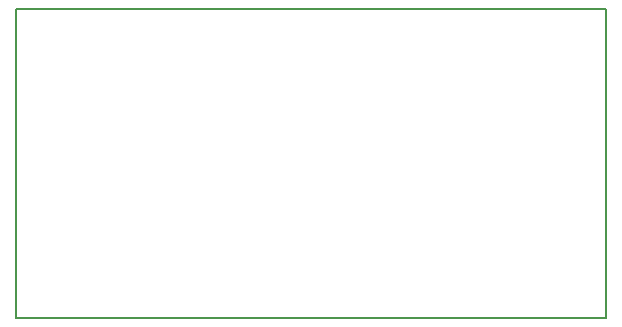
<source format=gbr>
G04 (created by PCBNEW (2013-may-18)-stable) date Вт 24 ноя 2015 00:04:13*
%MOIN*%
G04 Gerber Fmt 3.4, Leading zero omitted, Abs format*
%FSLAX34Y34*%
G01*
G70*
G90*
G04 APERTURE LIST*
%ADD10C,0.00590551*%
G04 APERTURE END LIST*
G54D10*
X24724Y-18031D02*
X24724Y-28346D01*
X44409Y-28346D02*
X44409Y-18031D01*
X44409Y-18031D02*
X24724Y-18031D01*
X44409Y-18031D02*
X24724Y-18031D01*
X24724Y-28346D02*
X44409Y-28346D01*
M02*

</source>
